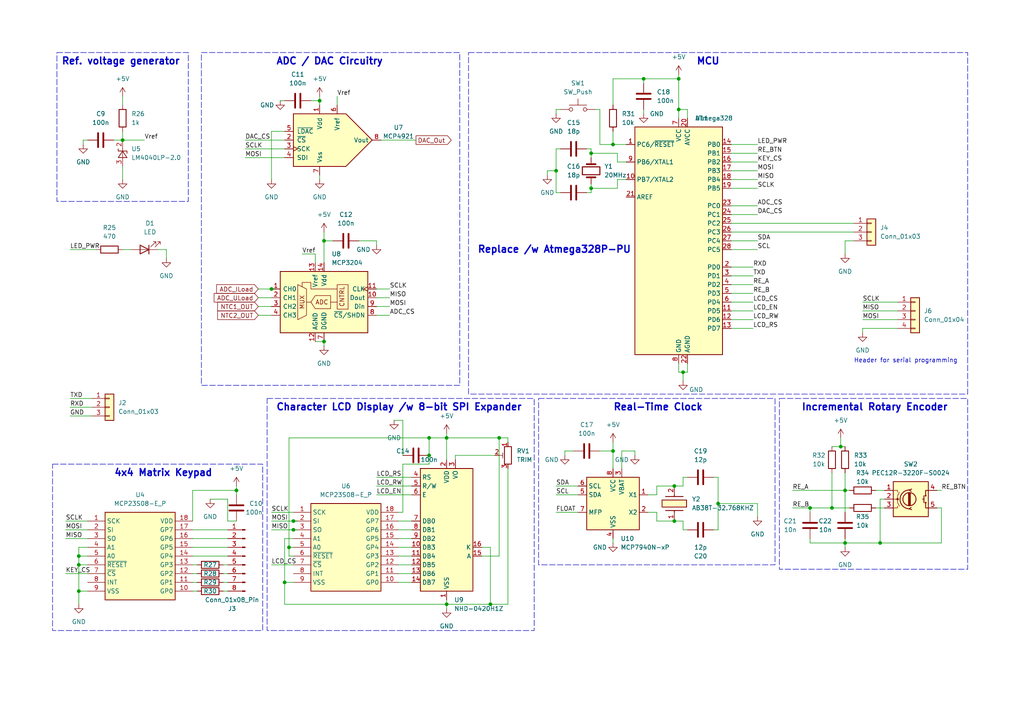
<source format=kicad_sch>
(kicad_sch (version 20231120) (generator "eeschema") (generator_version "8.0")
  (paper "A4")
  (lib_symbols
    (symbol "Analog_ADC:MCP3204" (pin_names (offset 0.762))
      (property "Reference" "U" (at -5.08 10.795 0))
      (property "Value" "MCP3204" (at -5.08 8.89 0))
      (symbol "MCP3204_0_0"
        (text "ADC" (at -0.635 -1.27 0) (effects (font (size 1.27 1.27))))
        (text "CNTRL" (at 5.969 -2.667 900) (effects (font (size 1.27 1.27)) (justify left bottom)))
        (text "MUX" (at -6.35 -1.27 900) (effects (font (size 1.27 1.27))))
      )
      (symbol "MCP3204_1_1"
        (pin input line (at -15.24 2.54 0) (length 2.54) (name "CH0") (number "1"))
        (pin output line (at 15.24 0 180) (length 2.54) (name "Dout") (number "10"))
        (pin input clock (at 15.24 2.54 180) (length 2.54) (name "CLK") (number "11"))
        (pin power_in line (at -2.54 -12.7 90) (length 2.54) (name "AGND") (number "12"))
        (pin power_in line (at -2.54 10.16 270) (length 2.54) (name "Vref") (number "13"))
        (pin power_in line (at 0 10.16 270) (length 2.54) (name "Vdd") (number "14"))
        (pin input line (at -15.24 0 0) (length 2.54) (name "CH1") (number "2"))
        (pin input line (at -15.24 -2.54 0) (length 2.54) (name "CH2") (number "3"))
        (pin input line (at -15.24 -5.08 0) (length 2.54) (name "CH3") (number "4"))
        (pin no_connect line (at -10.16 -10.16 90) (length 2.54) hide (name "NC") (number "5"))
        (pin no_connect line (at -7.62 -10.16 90) (length 2.54) hide (name "NC") (number "6"))
        (pin power_in line (at 0 -12.7 90) (length 2.54) (name "DGND") (number "7"))
        (pin input line (at 15.24 -5.08 180) (length 2.54) (name "~{CS}/SHDN") (number "8"))
        (pin input line (at 15.24 -2.54 180) (length 2.54) (name "Din") (number "9"))
      )
    )
    (symbol "Analog_DAC:MCP4921" (pin_names (offset 1.016))
      (property "Reference" "U" (at 6.35 10.795 0))
      (property "Value" "MCP4921" (at 6.35 8.89 0))
      (symbol "MCP4921_1_1"
        (pin power_in line (at 0 10.16 270) (length 2.54) (name "Vdd") (number "1"))
        (pin input line (at -10.16 0 0) (length 2.54) (name "~{CS}") (number "2"))
        (pin input clock (at -10.16 -2.54 0) (length 2.54) (name "SCK") (number "3"))
        (pin input line (at -10.16 -5.08 0) (length 2.54) (name "SDI") (number "4"))
        (pin input line (at -10.16 2.54 0) (length 2.54) (name "~{LDAC}") (number "5"))
        (pin power_in line (at 5.08 10.16 270) (length 2.54) (name "Vref") (number "6"))
        (pin power_in line (at 0 -10.16 90) (length 2.54) (name "Vss") (number "7"))
        (pin output line (at 17.78 0 180) (length 2.54) (name "Vout") (number "8"))
      )
    )
    (symbol "Connector:Conn_01x08_Pin" (pin_names (offset 1.016) hide)
      (property "Reference" "J" (at 0 10.16 0))
      (property "Value" "Conn_01x08_Pin" (at 0 -12.7 0))
      (symbol "Conn_01x08_Pin_1_1"
        (pin passive line (at 5.08 7.62 180) (length 3.81) (name "Pin_1") (number "1"))
        (pin passive line (at 5.08 5.08 180) (length 3.81) (name "Pin_2") (number "2"))
        (pin passive line (at 5.08 2.54 180) (length 3.81) (name "Pin_3") (number "3"))
        (pin passive line (at 5.08 0 180) (length 3.81) (name "Pin_4") (number "4"))
        (pin passive line (at 5.08 -2.54 180) (length 3.81) (name "Pin_5") (number "5"))
        (pin passive line (at 5.08 -5.08 180) (length 3.81) (name "Pin_6") (number "6"))
        (pin passive line (at 5.08 -7.62 180) (length 3.81) (name "Pin_7") (number "7"))
        (pin passive line (at 5.08 -10.16 180) (length 3.81) (name "Pin_8") (number "8"))
      )
    )
    (symbol "Connector_Generic:Conn_01x03" (pin_names (offset 1.016) hide)
      (property "Reference" "J" (at 0 5.08 0))
      (property "Value" "Conn_01x03" (at 0 -5.08 0))
      (symbol "Conn_01x03_1_1"
        (pin passive line (at -5.08 2.54 0) (length 3.81) (name "Pin_1") (number "1"))
        (pin passive line (at -5.08 0 0) (length 3.81) (name "Pin_2") (number "2"))
        (pin passive line (at -5.08 -2.54 0) (length 3.81) (name "Pin_3") (number "3"))
      )
    )
    (symbol "Connector_Generic:Conn_01x04" (pin_names (offset 1.016) hide)
      (property "Reference" "J" (at 0 5.08 0))
      (property "Value" "Conn_01x04" (at 0 -7.62 0))
      (symbol "Conn_01x04_1_1"
        (pin passive line (at -5.08 2.54 0) (length 3.81) (name "Pin_1") (number "1"))
        (pin passive line (at -5.08 0 0) (length 3.81) (name "Pin_2") (number "2"))
        (pin passive line (at -5.08 -2.54 0) (length 3.81) (name "Pin_3") (number "3"))
        (pin passive line (at -5.08 -5.08 0) (length 3.81) (name "Pin_4") (number "4"))
      )
    )
    (symbol "Device:C" (pin_numbers hide) (pin_names (offset 0.254))
      (property "Reference" "C" (at 0.635 2.54 0))
      (property "Value" "C" (at 0.635 -2.54 0))
      (symbol "C_1_1"
        (pin passive line (at 0 3.81 270) (length 2.794) (name "~") (number "1"))
        (pin passive line (at 0 -3.81 90) (length 2.794) (name "~") (number "2"))
      )
    )
    (symbol "Device:Crystal" (pin_numbers hide) (pin_names (offset 1.016) hide)
      (property "Reference" "Y" (at 0 3.81 0))
      (property "Value" "Crystal" (at 0 -3.81 0))
      (symbol "Crystal_1_1"
        (pin passive line (at -3.81 0 0) (length 1.27) (name "1") (number "1"))
        (pin passive line (at 3.81 0 180) (length 1.27) (name "2") (number "2"))
      )
    )
    (symbol "Device:LED" (pin_numbers hide) (pin_names (offset 1.016) hide)
      (property "Reference" "D" (at 0 2.54 0))
      (property "Value" "LED" (at 0 -2.54 0))
      (symbol "LED_1_1"
        (pin passive line (at -3.81 0 0) (length 2.54) (name "K") (number "1"))
        (pin passive line (at 3.81 0 180) (length 2.54) (name "A") (number "2"))
      )
    )
    (symbol "Device:R" (pin_numbers hide) (pin_names (offset 0))
      (property "Reference" "R" (at 2.032 0 90))
      (property "Value" "R" (at 0 0 90))
      (symbol "R_1_1"
        (pin passive line (at 0 3.81 270) (length 1.27) (name "~") (number "1"))
        (pin passive line (at 0 -3.81 90) (length 1.27) (name "~") (number "2"))
      )
    )
    (symbol "Device:R_Potentiometer_Trim" (pin_names (offset 1.016) hide)
      (property "Reference" "RV" (at -4.445 0 90))
      (property "Value" "R_Potentiometer_Trim" (at -2.54 0 90))
      (symbol "R_Potentiometer_Trim_1_1"
        (pin passive line (at 0 3.81 270) (length 1.27) (name "1") (number "1"))
        (pin passive line (at 3.81 0 180) (length 1.27) (name "2") (number "2"))
        (pin passive line (at 0 -3.81 90) (length 1.27) (name "3") (number "3"))
      )
    )
    (symbol "Device:RotaryEncoder_Switch" (pin_names (offset 0.254) hide)
      (property "Reference" "SW6" (at 0 10.16 0))
      (property "Value" "PEC12R-3220F-S0024" (at 0 7.62 0))
      (symbol "RotaryEncoder_Switch_1_1"
        (pin passive line (at -7.62 2.54 0) (length 2.54) (name "A") (number "1"))
        (pin passive line (at -7.62 0 0) (length 2.54) (name "C") (number "2"))
        (pin passive line (at -7.62 -2.54 0) (length 2.54) (name "B") (number "3"))
        (pin passive line (at 7.62 2.54 180) (length 2.54) (name "S1") (number "4"))
        (pin passive line (at 7.62 -2.54 180) (length 2.54) (name "S2") (number "5"))
      )
    )
    (symbol "Display_Character:NHD-0420H1Z"
      (property "Reference" "U" (at -6.35 19.05 0))
      (property "Value" "NHD-0420H1Z" (at 5.08 19.05 0))
      (symbol "NHD-0420H1Z_1_1"
        (pin power_in line (at 0 -20.32 90) (length 2.54) (name "VSS") (number "1"))
        (pin bidirectional line (at -10.16 -5.08 0) (length 2.54) (name "DB3") (number "10"))
        (pin bidirectional line (at -10.16 -7.62 0) (length 2.54) (name "DB4") (number "11"))
        (pin bidirectional line (at -10.16 -10.16 0) (length 2.54) (name "DB5") (number "12"))
        (pin bidirectional line (at -10.16 -12.7 0) (length 2.54) (name "DB6") (number "13"))
        (pin bidirectional line (at -10.16 -15.24 0) (length 2.54) (name "DB7") (number "14"))
        (pin passive line (at 10.16 -7.62 180) (length 2.54) (name "A") (number "15"))
        (pin passive line (at 10.16 -5.08 180) (length 2.54) (name "K") (number "16"))
        (pin power_in line (at 0 20.32 270) (length 2.54) (name "VDD") (number "2"))
        (pin power_in line (at 2.54 20.32 270) (length 2.54) (name "VO") (number "3"))
        (pin input line (at -10.16 15.24 0) (length 2.54) (name "RS") (number "4"))
        (pin input line (at -10.16 12.7 0) (length 2.54) (name "R/W") (number "5"))
        (pin input line (at -10.16 10.16 0) (length 2.54) (name "E") (number "6"))
        (pin bidirectional line (at -10.16 2.54 0) (length 2.54) (name "DB0") (number "7"))
        (pin bidirectional line (at -10.16 0 0) (length 2.54) (name "DB1") (number "8"))
        (pin bidirectional line (at -10.16 -2.54 0) (length 2.54) (name "DB2") (number "9"))
      )
    )
    (symbol "MCU_Microchip_ATmega:ATmega8A-P"
      (property "Reference" "U" (at -12.7 34.29 0))
      (property "Value" "ATmega8A-P" (at 5.08 -34.29 0))
      (symbol "ATmega8A-P_1_1"
        (pin bidirectional line (at -15.24 27.94 0) (length 2.54) (name "PC6/~{RESET}") (number "1"))
        (pin bidirectional line (at -15.24 17.78 0) (length 2.54) (name "PB7/XTAL2") (number "10"))
        (pin bidirectional line (at 15.24 -20.32 180) (length 2.54) (name "PD5") (number "11"))
        (pin bidirectional line (at 15.24 -22.86 180) (length 2.54) (name "PD6") (number "12"))
        (pin bidirectional line (at 15.24 -25.4 180) (length 2.54) (name "PD7") (number "13"))
        (pin bidirectional line (at 15.24 27.94 180) (length 2.54) (name "PB0") (number "14"))
        (pin bidirectional line (at 15.24 25.4 180) (length 2.54) (name "PB1") (number "15"))
        (pin bidirectional line (at 15.24 22.86 180) (length 2.54) (name "PB2") (number "16"))
        (pin bidirectional line (at 15.24 20.32 180) (length 2.54) (name "PB3") (number "17"))
        (pin bidirectional line (at 15.24 17.78 180) (length 2.54) (name "PB4") (number "18"))
        (pin bidirectional line (at 15.24 15.24 180) (length 2.54) (name "PB5") (number "19"))
        (pin bidirectional line (at 15.24 -7.62 180) (length 2.54) (name "PD0") (number "2"))
        (pin power_in line (at 2.54 35.56 270) (length 2.54) (name "AVCC") (number "20"))
        (pin passive line (at -15.24 12.7 0) (length 2.54) (name "AREF") (number "21"))
        (pin power_in line (at 2.54 -35.56 90) (length 2.54) (name "AGND") (number "22"))
        (pin bidirectional line (at 15.24 10.16 180) (length 2.54) (name "PC0") (number "23"))
        (pin bidirectional line (at 15.24 7.62 180) (length 2.54) (name "PC1") (number "24"))
        (pin bidirectional line (at 15.24 5.08 180) (length 2.54) (name "PC2") (number "25"))
        (pin bidirectional line (at 15.24 2.54 180) (length 2.54) (name "PC3") (number "26"))
        (pin bidirectional line (at 15.24 0 180) (length 2.54) (name "PC4") (number "27"))
        (pin bidirectional line (at 15.24 -2.54 180) (length 2.54) (name "PC5") (number "28"))
        (pin bidirectional line (at 15.24 -10.16 180) (length 2.54) (name "PD1") (number "3"))
        (pin bidirectional line (at 15.24 -12.7 180) (length 2.54) (name "PD2") (number "4"))
        (pin bidirectional line (at 15.24 -15.24 180) (length 2.54) (name "PD3") (number "5"))
        (pin bidirectional line (at 15.24 -17.78 180) (length 2.54) (name "PD4") (number "6"))
        (pin power_in line (at 0 35.56 270) (length 2.54) (name "VCC") (number "7"))
        (pin power_in line (at 0 -35.56 90) (length 2.54) (name "GND") (number "8"))
        (pin bidirectional line (at -15.24 22.86 0) (length 2.54) (name "PB6/XTAL1") (number "9"))
      )
    )
    (symbol "Reference_Voltage:LM4040LP-2.0" (pin_names (offset 0.0254) hide)
      (property "Reference" "U" (at 0 2.54 0))
      (property "Value" "LM4040LP-2.0" (at 0 -3.175 0))
      (symbol "LM4040LP-2.0_1_1"
        (pin passive line (at 3.81 0 180) (length 2.54) (name "K") (number "2"))
        (pin passive line (at -3.81 0 0) (length 2.54) (name "A") (number "3"))
      )
    )
    (symbol "SamacSys_Parts:AB38T-32.768KHZ" (pin_names hide)
      (property "Reference" "Y" (at 8.89 6.35 0))
      (property "Value" "AB38T-32.768KHZ" (at 8.89 3.81 0))
      (symbol "AB38T-32.768KHZ_1_1"
        (pin passive line (at 0 0 0) (length 2.54) (name "1") (number "1"))
        (pin passive line (at 10.16 0 180) (length 2.54) (name "2") (number "2"))
      )
    )
    (symbol "SamacSys_Parts:MCP23S08-E_P"
      (property "Reference" "IC" (at 26.67 7.62 0))
      (property "Value" "MCP23S08-E_P" (at 26.67 5.08 0))
      (symbol "MCP23S08-E_P_1_1"
        (pin passive line (at 0 0 0) (length 5.08) (name "SCK") (number "1"))
        (pin passive line (at 30.48 -20.32 180) (length 5.08) (name "GP0") (number "10"))
        (pin passive line (at 30.48 -17.78 180) (length 5.08) (name "GP1") (number "11"))
        (pin passive line (at 30.48 -15.24 180) (length 5.08) (name "GP2") (number "12"))
        (pin passive line (at 30.48 -12.7 180) (length 5.08) (name "GP3") (number "13"))
        (pin passive line (at 30.48 -10.16 180) (length 5.08) (name "GP4") (number "14"))
        (pin passive line (at 30.48 -7.62 180) (length 5.08) (name "GP5") (number "15"))
        (pin passive line (at 30.48 -5.08 180) (length 5.08) (name "GP6") (number "16"))
        (pin passive line (at 30.48 -2.54 180) (length 5.08) (name "GP7") (number "17"))
        (pin passive line (at 30.48 0 180) (length 5.08) (name "VDD") (number "18"))
        (pin passive line (at 0 -2.54 0) (length 5.08) (name "SI") (number "2"))
        (pin passive line (at 0 -5.08 0) (length 5.08) (name "SO") (number "3"))
        (pin passive line (at 0 -7.62 0) (length 5.08) (name "A1") (number "4"))
        (pin passive line (at 0 -10.16 0) (length 5.08) (name "A0") (number "5"))
        (pin passive line (at 0 -12.7 0) (length 5.08) (name "~{RESET}") (number "6"))
        (pin passive line (at 0 -15.24 0) (length 5.08) (name "~{CS}") (number "7"))
        (pin passive line (at 0 -17.78 0) (length 5.08) (name "INT") (number "8"))
        (pin passive line (at 0 -20.32 0) (length 5.08) (name "VSS") (number "9"))
      )
    )
    (symbol "Switch:SW_Push" (pin_numbers hide) (pin_names (offset 1.016) hide)
      (property "Reference" "SW" (at 1.27 2.54 0))
      (property "Value" "SW_Push" (at 0 -1.524 0))
      (symbol "SW_Push_0_1"
        (pin passive line (at -5.08 0 0) (length 2.54) (name "1") (number "1"))
        (pin passive line (at 5.08 0 180) (length 2.54) (name "2") (number "2"))
      )
    )
    (symbol "Timer_RTC:MCP7940N-xP"
      (property "Reference" "U" (at -6.35 8.89 0))
      (property "Value" "MCP7940N-xP" (at 11.43 8.89 0))
      (symbol "MCP7940N-xP_1_1"
        (pin input line (at 10.16 2.54 180) (length 2.54) (name "X1") (number "1"))
        (pin output line (at 10.16 -2.54 180) (length 2.54) (name "X2") (number "2"))
        (pin power_in line (at 2.54 10.16 270) (length 2.54) (name "VBAT") (number "3"))
        (pin power_in line (at 0 -10.16 90) (length 2.54) (name "VSS") (number "4"))
        (pin bidirectional line (at -10.16 2.54 0) (length 2.54) (name "SDA") (number "5"))
        (pin input line (at -10.16 5.08 0) (length 2.54) (name "SCL") (number "6"))
        (pin open_collector line (at -10.16 -2.54 0) (length 2.54) (name "MFP") (number "7"))
        (pin power_in line (at 0 10.16 270) (length 2.54) (name "VCC") (number "8"))
      )
    )
    (symbol "power:+5V" (power) (pin_names (offset 0))
      (property "Value" "+5V" (at 0 3.556 0))
      (symbol "+5V_1_1"
        (pin power_in line (at 0 0 90) (length 0) hide (name "+5V") (number "1"))
      )
    )
    (symbol "power:GND" (power) (pin_names (offset 0))
      (property "Value" "GND" (at 0 -3.81 0))
      (symbol "GND_1_1"
        (pin power_in line (at 0 0 270) (length 0) hide (name "GND") (number "1"))
      )
    )
  )
  (junction (at 196.85 31.75))
  (junction (at 85.09 151.13))
  (junction (at 124.46 132.08))
  (junction (at 142.24 175.26))
  (junction (at 171.45 44.45))
  (junction (at 22.86 171.45))
  (junction (at 198.12 107.95))
  (junction (at 161.29 49.53))
  (junction (at 22.86 163.83))
  (junction (at 208.28 146.05))
  (junction (at 82.55 168.91))
  (junction (at 195.58 151.13))
  (junction (at 22.86 161.29))
  (junction (at 196.85 22.86))
  (junction (at 245.11 142.24))
  (junction (at 93.98 99.06))
  (junction (at 124.46 127))
  (junction (at 255.27 157.48))
  (junction (at 245.11 157.48))
  (junction (at 171.45 54.61))
  (junction (at 68.58 142.24))
  (junction (at 234.95 147.32))
  (junction (at 83.82 158.75))
  (junction (at 35.56 40.64))
  (junction (at 177.8 130.81))
  (junction (at 85.09 153.67))
  (junction (at 144.78 127))
  (junction (at 241.3 147.32))
  (junction (at 195.58 140.97))
  (junction (at 177.8 41.91))
  (junction (at 243.84 129.54))
  (junction (at 186.69 22.86))
  (junction (at 92.71 29.21))
  (junction (at 78.74 83.82))
  (junction (at 129.54 175.26))
  (junction (at 93.98 69.85))
  (junction (at 129.54 127))
  (wire (pts (xy 45.72 72.39) (xy 48.26 72.39)))
  (wire (pts (xy 66.04 168.91) (xy 64.77 168.91)))
  (wire (pts (xy 177.8 156.21) (xy 177.8 157.48)))
  (wire (pts (xy 177.8 38.1) (xy 177.8 41.91)))
  (wire (pts (xy 19.05 166.37) (xy 25.4 166.37)))
  (wire (pts (xy 68.58 140.97) (xy 68.58 142.24)))
  (wire (pts (xy 66.04 151.13) (xy 68.58 151.13)))
  (wire (pts (xy 80.01 83.82) (xy 78.74 83.82)))
  (wire (pts (xy 35.56 27.94) (xy 35.56 30.48)))
  (wire (pts (xy 273.05 157.48) (xy 255.27 157.48)))
  (wire (pts (xy 199.39 34.29) (xy 199.39 31.75)))
  (wire (pts (xy 83.82 127) (xy 83.82 158.75)))
  (wire (pts (xy 55.88 142.24) (xy 68.58 142.24)))
  (wire (pts (xy 35.56 40.64) (xy 41.91 40.64)))
  (wire (pts (xy 171.45 43.18) (xy 170.18 43.18)))
  (wire (pts (xy 199.39 153.67) (xy 198.12 153.67)))
  (wire (pts (xy 109.22 69.85) (xy 109.22 71.12)))
  (wire (pts (xy 147.32 135.89) (xy 147.32 175.26)))
  (wire (pts (xy 83.82 158.75) (xy 83.82 161.29)))
  (wire (pts (xy 78.74 163.83) (xy 85.09 163.83)))
  (wire (pts (xy 25.4 163.83) (xy 22.86 163.83)))
  (wire (pts (xy 82.55 175.26) (xy 129.54 175.26)))
  (wire (pts (xy 91.44 99.06) (xy 93.98 99.06)))
  (wire (pts (xy 66.04 158.75) (xy 55.88 158.75)))
  (wire (pts (xy 93.98 67.31) (xy 93.98 69.85)))
  (wire (pts (xy 190.5 140.97) (xy 195.58 140.97)))
  (wire (pts (xy 170.18 55.88) (xy 171.45 55.88)))
  (wire (pts (xy 161.29 31.75) (xy 161.29 33.02)))
  (wire (pts (xy 129.54 175.26) (xy 129.54 176.53)))
  (wire (pts (xy 250.19 92.71) (xy 260.35 92.71)))
  (wire (pts (xy 177.8 130.81) (xy 177.8 135.89)))
  (wire (pts (xy 74.93 86.36) (xy 78.74 86.36)))
  (wire (pts (xy 245.11 69.85) (xy 245.11 73.66)))
  (wire (pts (xy 139.7 161.29) (xy 144.78 161.29)))
  (wire (pts (xy 57.15 163.83) (xy 55.88 163.83)))
  (wire (pts (xy 116.84 121.92) (xy 114.3 121.92)))
  (wire (pts (xy 66.04 166.37) (xy 64.77 166.37)))
  (wire (pts (xy 115.57 168.91) (xy 119.38 168.91)))
  (wire (pts (xy 19.05 153.67) (xy 25.4 153.67)))
  (wire (pts (xy 198.12 107.95) (xy 196.85 107.95)))
  (wire (pts (xy 212.09 87.63) (xy 218.44 87.63)))
  (wire (pts (xy 177.8 22.86) (xy 177.8 30.48)))
  (wire (pts (xy 115.57 161.29) (xy 119.38 161.29)))
  (wire (pts (xy 234.95 147.32) (xy 234.95 148.59)))
  (wire (pts (xy 245.11 157.48) (xy 255.27 157.48)))
  (wire (pts (xy 247.65 69.85) (xy 245.11 69.85)))
  (wire (pts (xy 179.07 44.45) (xy 171.45 44.45)))
  (wire (pts (xy 173.99 41.91) (xy 177.8 41.91)))
  (wire (pts (xy 57.15 171.45) (xy 55.88 171.45)))
  (wire (pts (xy 219.71 146.05) (xy 219.71 149.86)))
  (wire (pts (xy 78.74 151.13) (xy 85.09 151.13)))
  (wire (pts (xy 161.29 49.53) (xy 158.75 49.53)))
  (wire (pts (xy 229.87 147.32) (xy 234.95 147.32)))
  (wire (pts (xy 55.88 142.24) (xy 55.88 151.13)))
  (wire (pts (xy 171.45 45.72) (xy 171.45 44.45)))
  (wire (pts (xy 186.69 31.75) (xy 186.69 33.02)))
  (wire (pts (xy 212.09 46.99) (xy 219.71 46.99)))
  (wire (pts (xy 212.09 82.55) (xy 218.44 82.55)))
  (wire (pts (xy 161.29 140.97) (xy 167.64 140.97)))
  (wire (pts (xy 166.37 130.81) (xy 163.83 130.81)))
  (wire (pts (xy 212.09 62.23) (xy 219.71 62.23)))
  (wire (pts (xy 212.09 49.53) (xy 219.71 49.53)))
  (wire (pts (xy 171.45 54.61) (xy 171.45 53.34)))
  (wire (pts (xy 71.12 43.18) (xy 82.55 43.18)))
  (wire (pts (xy 144.78 161.29) (xy 144.78 127)))
  (wire (pts (xy 92.71 29.21) (xy 90.17 29.21)))
  (wire (pts (xy 273.05 147.32) (xy 273.05 157.48)))
  (wire (pts (xy 177.8 22.86) (xy 186.69 22.86)))
  (wire (pts (xy 208.28 153.67) (xy 207.01 153.67)))
  (wire (pts (xy 68.58 142.24) (xy 68.58 143.51)))
  (wire (pts (xy 87.63 73.66) (xy 91.44 73.66)))
  (wire (pts (xy 187.96 143.51) (xy 190.5 143.51)))
  (wire (pts (xy 241.3 147.32) (xy 246.38 147.32)))
  (wire (pts (xy 271.78 142.24) (xy 273.05 142.24)))
  (wire (pts (xy 110.49 40.64) (xy 120.65 40.64)))
  (wire (pts (xy 271.78 147.32) (xy 273.05 147.32)))
  (wire (pts (xy 177.8 41.91) (xy 181.61 41.91)))
  (wire (pts (xy 66.04 156.21) (xy 55.88 156.21)))
  (wire (pts (xy 20.32 115.57) (xy 26.67 115.57)))
  (wire (pts (xy 139.7 158.75) (xy 142.24 158.75)))
  (wire (pts (xy 109.22 86.36) (xy 113.03 86.36)))
  (wire (pts (xy 212.09 59.69) (xy 219.71 59.69)))
  (wire (pts (xy 85.09 158.75) (xy 83.82 158.75)))
  (wire (pts (xy 241.3 137.16) (xy 241.3 147.32)))
  (wire (pts (xy 92.71 29.21) (xy 92.71 30.48)))
  (wire (pts (xy 66.04 171.45) (xy 64.77 171.45)))
  (wire (pts (xy 212.09 67.31) (xy 247.65 67.31)))
  (wire (pts (xy 260.35 95.25) (xy 250.19 95.25)))
  (wire (pts (xy 35.56 48.26) (xy 35.56 52.07)))
  (wire (pts (xy 162.56 55.88) (xy 161.29 55.88)))
  (wire (pts (xy 234.95 157.48) (xy 234.95 156.21)))
  (wire (pts (xy 142.24 175.26) (xy 129.54 175.26)))
  (wire (pts (xy 57.15 166.37) (xy 55.88 166.37)))
  (wire (pts (xy 256.54 144.78) (xy 255.27 144.78)))
  (wire (pts (xy 25.4 40.64) (xy 24.13 40.64)))
  (wire (pts (xy 82.55 156.21) (xy 82.55 168.91)))
  (wire (pts (xy 124.46 127) (xy 124.46 132.08)))
  (wire (pts (xy 115.57 156.21) (xy 119.38 156.21)))
  (wire (pts (xy 198.12 107.95) (xy 198.12 110.49)))
  (wire (pts (xy 109.22 143.51) (xy 119.38 143.51)))
  (wire (pts (xy 179.07 54.61) (xy 171.45 54.61)))
  (wire (pts (xy 245.11 137.16) (xy 245.11 142.24)))
  (wire (pts (xy 199.39 105.41) (xy 199.39 107.95)))
  (wire (pts (xy 243.84 129.54) (xy 245.11 129.54)))
  (wire (pts (xy 198.12 151.13) (xy 195.58 151.13)))
  (wire (pts (xy 74.93 83.82) (xy 78.74 83.82)))
  (wire (pts (xy 212.09 41.91) (xy 219.71 41.91)))
  (wire (pts (xy 190.5 151.13) (xy 190.5 148.59)))
  (wire (pts (xy 115.57 148.59) (xy 116.84 148.59)))
  (wire (pts (xy 19.05 156.21) (xy 25.4 156.21)))
  (wire (pts (xy 82.55 29.21) (xy 81.28 29.21)))
  (wire (pts (xy 234.95 157.48) (xy 245.11 157.48)))
  (wire (pts (xy 147.32 127) (xy 147.32 128.27)))
  (wire (pts (xy 208.28 146.05) (xy 208.28 153.67)))
  (wire (pts (xy 190.5 143.51) (xy 190.5 140.97)))
  (wire (pts (xy 147.32 175.26) (xy 142.24 175.26)))
  (wire (pts (xy 129.54 173.99) (xy 129.54 175.26)))
  (wire (pts (xy 254 142.24) (xy 256.54 142.24)))
  (wire (pts (xy 180.34 135.89) (xy 180.34 130.81)))
  (wire (pts (xy 124.46 132.08) (xy 124.46 134.62)))
  (wire (pts (xy 115.57 166.37) (xy 119.38 166.37)))
  (wire (pts (xy 250.19 95.25) (xy 250.19 96.52)))
  (wire (pts (xy 22.86 163.83) (xy 22.86 171.45)))
  (wire (pts (xy 66.04 144.78) (xy 66.04 151.13)))
  (wire (pts (xy 212.09 90.17) (xy 218.44 90.17)))
  (wire (pts (xy 85.09 161.29) (xy 83.82 161.29)))
  (wire (pts (xy 85.09 156.21) (xy 82.55 156.21)))
  (wire (pts (xy 92.71 27.94) (xy 92.71 29.21)))
  (wire (pts (xy 234.95 147.32) (xy 241.3 147.32)))
  (wire (pts (xy 250.19 90.17) (xy 260.35 90.17)))
  (wire (pts (xy 33.02 40.64) (xy 35.56 40.64)))
  (wire (pts (xy 66.04 161.29) (xy 55.88 161.29)))
  (wire (pts (xy 104.14 69.85) (xy 109.22 69.85)))
  (wire (pts (xy 198.12 140.97) (xy 198.12 138.43)))
  (wire (pts (xy 86.36 151.13) (xy 85.09 151.13)))
  (wire (pts (xy 91.44 73.66) (xy 91.44 76.2)))
  (wire (pts (xy 115.57 163.83) (xy 119.38 163.83)))
  (wire (pts (xy 184.15 130.81) (xy 184.15 132.08)))
  (wire (pts (xy 35.56 72.39) (xy 38.1 72.39)))
  (wire (pts (xy 115.57 153.67) (xy 119.38 153.67)))
  (wire (pts (xy 162.56 31.75) (xy 161.29 31.75)))
  (wire (pts (xy 208.28 146.05) (xy 219.71 146.05)))
  (wire (pts (xy 179.07 46.99) (xy 179.07 44.45)))
  (wire (pts (xy 195.58 151.13) (xy 190.5 151.13)))
  (wire (pts (xy 212.09 77.47) (xy 218.44 77.47)))
  (wire (pts (xy 92.71 50.8) (xy 92.71 52.07)))
  (wire (pts (xy 171.45 44.45) (xy 171.45 43.18)))
  (wire (pts (xy 20.32 120.65) (xy 26.67 120.65)))
  (wire (pts (xy 82.55 38.1) (xy 78.74 38.1)))
  (wire (pts (xy 93.98 69.85) (xy 93.98 76.2)))
  (wire (pts (xy 212.09 52.07) (xy 219.71 52.07)))
  (wire (pts (xy 115.57 158.75) (xy 119.38 158.75)))
  (wire (pts (xy 48.26 72.39) (xy 48.26 74.93)))
  (wire (pts (xy 172.72 31.75) (xy 173.99 31.75)))
  (wire (pts (xy 212.09 80.01) (xy 218.44 80.01)))
  (wire (pts (xy 212.09 69.85) (xy 219.71 69.85)))
  (wire (pts (xy 129.54 127) (xy 129.54 133.35)))
  (wire (pts (xy 173.99 31.75) (xy 173.99 41.91)))
  (wire (pts (xy 158.75 49.53) (xy 158.75 50.8)))
  (wire (pts (xy 195.58 140.97) (xy 198.12 140.97)))
  (wire (pts (xy 208.28 138.43) (xy 208.28 146.05)))
  (wire (pts (xy 109.22 138.43) (xy 119.38 138.43)))
  (wire (pts (xy 86.36 153.67) (xy 85.09 153.67)))
  (wire (pts (xy 161.29 55.88) (xy 161.29 49.53)))
  (wire (pts (xy 115.57 151.13) (xy 119.38 151.13)))
  (wire (pts (xy 196.85 22.86) (xy 196.85 31.75)))
  (wire (pts (xy 181.61 46.99) (xy 179.07 46.99)))
  (wire (pts (xy 196.85 107.95) (xy 196.85 105.41)))
  (wire (pts (xy 116.84 134.62) (xy 116.84 148.59)))
  (wire (pts (xy 212.09 44.45) (xy 219.71 44.45)))
  (wire (pts (xy 199.39 107.95) (xy 198.12 107.95)))
  (wire (pts (xy 163.83 130.81) (xy 163.83 132.08)))
  (wire (pts (xy 78.74 38.1) (xy 78.74 52.07)))
  (wire (pts (xy 254 147.32) (xy 256.54 147.32)))
  (wire (pts (xy 212.09 72.39) (xy 219.71 72.39)))
  (wire (pts (xy 93.98 69.85) (xy 96.52 69.85)))
  (wire (pts (xy 243.84 127) (xy 243.84 129.54)))
  (wire (pts (xy 132.08 132.08) (xy 132.08 133.35)))
  (wire (pts (xy 109.22 88.9) (xy 113.03 88.9)))
  (wire (pts (xy 19.05 151.13) (xy 25.4 151.13)))
  (wire (pts (xy 171.45 55.88) (xy 171.45 54.61)))
  (wire (pts (xy 93.98 99.06) (xy 93.98 100.33)))
  (wire (pts (xy 212.09 92.71) (xy 218.44 92.71)))
  (wire (pts (xy 198.12 138.43) (xy 199.39 138.43)))
  (wire (pts (xy 109.22 83.82) (xy 113.03 83.82)))
  (wire (pts (xy 179.07 52.07) (xy 179.07 54.61)))
  (wire (pts (xy 212.09 95.25) (xy 218.44 95.25)))
  (wire (pts (xy 186.69 22.86) (xy 196.85 22.86)))
  (wire (pts (xy 245.11 142.24) (xy 245.11 148.59)))
  (wire (pts (xy 97.79 27.94) (xy 97.79 30.48)))
  (wire (pts (xy 66.04 144.78) (xy 60.96 144.78)))
  (wire (pts (xy 142.24 158.75) (xy 142.24 175.26)))
  (wire (pts (xy 74.93 91.44) (xy 78.74 91.44)))
  (wire (pts (xy 196.85 31.75) (xy 199.39 31.75)))
  (wire (pts (xy 212.09 64.77) (xy 247.65 64.77)))
  (wire (pts (xy 20.32 118.11) (xy 26.67 118.11)))
  (wire (pts (xy 22.86 161.29) (xy 25.4 161.29)))
  (wire (pts (xy 196.85 21.59) (xy 196.85 22.86)))
  (wire (pts (xy 57.15 168.91) (xy 55.88 168.91)))
  (wire (pts (xy 161.29 49.53) (xy 161.29 43.18)))
  (wire (pts (xy 35.56 38.1) (xy 35.56 40.64)))
  (wire (pts (xy 241.3 129.54) (xy 243.84 129.54)))
  (wire (pts (xy 24.13 40.64) (xy 24.13 41.91)))
  (wire (pts (xy 177.8 128.27) (xy 177.8 130.81)))
  (wire (pts (xy 250.19 87.63) (xy 260.35 87.63)))
  (wire (pts (xy 71.12 45.72) (xy 82.55 45.72)))
  (wire (pts (xy 66.04 153.67) (xy 55.88 153.67)))
  (wire (pts (xy 71.12 40.64) (xy 82.55 40.64)))
  (wire (pts (xy 180.34 130.81) (xy 184.15 130.81)))
  (wire (pts (xy 177.8 130.81) (xy 173.99 130.81)))
  (wire (pts (xy 207.01 138.43) (xy 208.28 138.43)))
  (wire (pts (xy 22.86 161.29) (xy 22.86 163.83)))
  (wire (pts (xy 161.29 143.51) (xy 167.64 143.51)))
  (wire (pts (xy 162.56 43.18) (xy 161.29 43.18)))
  (wire (pts (xy 196.85 31.75) (xy 196.85 34.29)))
  (wire (pts (xy 245.11 142.24) (xy 246.38 142.24)))
  (wire (pts (xy 66.04 163.83) (xy 64.77 163.83)))
  (wire (pts (xy 83.82 127) (xy 124.46 127)))
  (wire (pts (xy 143.51 132.08) (xy 132.08 132.08)))
  (wire (pts (xy 129.54 127) (xy 124.46 127)))
  (wire (pts (xy 186.69 24.13) (xy 186.69 22.86)))
  (wire (pts (xy 20.32 72.39) (xy 27.94 72.39)))
  (wire (pts (xy 74.93 88.9) (xy 78.74 88.9)))
  (wire (pts (xy 198.12 153.67) (xy 198.12 151.13)))
  (wire (pts (xy 129.54 125.73) (xy 129.54 127)))
  (wire (pts (xy 245.11 157.48) (xy 245.11 158.75)))
  (wire (pts (xy 124.46 134.62) (xy 116.84 134.62)))
  (wire (pts (xy 78.74 153.67) (xy 85.09 153.67)))
  (wire (pts (xy 181.61 52.07) (xy 179.07 52.07)))
  (wire (pts (xy 245.11 156.21) (xy 245.11 157.48)))
  (wire (pts (xy 190.5 148.59) (xy 187.96 148.59)))
  (wire (pts (xy 129.54 127) (xy 144.78 127)))
  (wire (pts (xy 109.22 91.44) (xy 113.03 91.44)))
  (wire (pts (xy 25.4 158.75) (xy 22.86 158.75)))
  (wire (pts (xy 82.55 168.91) (xy 82.55 175.26)))
  (wire (pts (xy 22.86 171.45) (xy 22.86 175.26)))
  (wire (pts (xy 78.74 148.59) (xy 85.09 148.59)))
  (wire (pts (xy 109.22 140.97) (xy 119.38 140.97)))
  (wire (pts (xy 85.09 168.91) (xy 82.55 168.91)))
  (wire (pts (xy 161.29 148.59) (xy 167.64 148.59)))
  (wire (pts (xy 212.09 54.61) (xy 219.71 54.61)))
  (wire (pts (xy 25.4 171.45) (xy 22.86 171.45)))
  (wire (pts (xy 255.27 144.78) (xy 255.27 157.48)))
  (wire (pts (xy 229.87 142.24) (xy 245.11 142.24)))
  (wire (pts (xy 212.09 85.09) (xy 218.44 85.09)))
  (wire (pts (xy 22.86 158.75) (xy 22.86 161.29)))
  (wire (pts (xy 116.84 121.92) (xy 116.84 132.08)))
  (wire (pts (xy 144.78 127) (xy 147.32 127)))
  (rectangle (start 77.47 115.57) (end 154.94 182.88) (stroke (width 0) (type dash)))
  (rectangle (start 226.06 115.57) (end 280.67 165.1) (stroke (width 0) (type dash)))
  (rectangle (start 58.42 15.24) (end 133.35 111.76) (stroke (width 0) (type dash)))
  (rectangle (start 135.89 15.24) (end 280.67 114.3) (stroke (width 0) (type dash)))
  (rectangle (start 15.24 134.62) (end 76.2 182.88) (stroke (width 0) (type dash)))
  (rectangle (start 16.51 15.24) (end 54.61 58.42) (stroke (width 0) (type dash)))
  (rectangle (start 156.21 115.57) (end 224.79 163.83) (stroke (width 0) (type dash)))
  (text "Incremental Rotary Encoder" (at 232.41 119.38 0) (effects (font (size 2 2) (thickness 0.4) (bold yes)) (justify left bottom)))
  (text "MCU\n" (at 201.93 19.05 0) (effects (font (size 2 2) (thickness 0.4) (bold yes)) (justify left bottom)))
  (text "ADC / DAC Circuitry" (at 80.01 19.05 0) (effects (font (size 2 2) (thickness 0.4) (bold yes)) (justify left bottom)))
  (text "Character LCD Display /w 8-bit SPI Expander" (at 80.01 119.38 0) (effects (font (size 2 2) (thickness 0.4) (bold yes)) (justify left bottom)))
  (text "Replace /w Atmega328P-PU" (at 138.43 73.66 0) (effects (font (size 2 2) (thickness 0.4) (bold yes)) (justify left bottom)))
  (text "Real-Time Clock\n" (at 177.8 119.38 0) (effects (font (size 2 2) (thickness 0.4) (bold yes)) (justify left bottom)))
  (text "Header for serial programming" (at 247.65 105.41 0) (effects (font (size 1.27 1.27)) (justify left bottom)))
  (text "Ref. voltage generator\n" (at 17.78 19.05 0) (effects (font (size 2 2) (thickness 0.4) (bold yes)) (justify left bottom)))
  (text "4x4 Matrix Keypad" (at 33.02 138.43 0) (effects (font (size 2 2) (thickness 0.4) (bold yes)) (justify left bottom)))
  (label "LCD_RW" (at 218.44 92.71 0))
  (label "DAC_CS" (at 219.71 62.23 0))
  (label "MOSI" (at 19.05 153.67 0))
  (label "MISO" (at 113.03 86.36 0))
  (label "LCD_RW" (at 109.22 140.97 0))
  (label "RXD" (at 20.32 118.11 0))
  (label "SCLK" (at 78.74 148.59 0))
  (label "ADC_CS" (at 113.03 91.44 0))
  (label "Vref" (at 41.91 40.64 0))
  (label "LCD_EN" (at 218.44 90.17 0))
  (label "FLOAT" (at 161.29 148.59 0))
  (label "MISO" (at 250.19 90.17 0))
  (label "LED_PWR" (at 20.32 72.39 0))
  (label "SCLK" (at 113.03 83.82 0))
  (label "SCL" (at 161.29 143.51 0))
  (label "LCD_CS" (at 218.44 87.63 0))
  (label "RE_B" (at 229.87 147.32 0))
  (label "DAC_CS" (at 71.12 40.64 0))
  (label "LED_PWR" (at 219.71 41.91 0))
  (label "LCD_RS" (at 218.44 95.25 0))
  (label "LCD_RS" (at 109.22 138.43 0))
  (label "MOSI" (at 71.12 45.72 0))
  (label "MOSI" (at 113.03 88.9 0))
  (label "GND" (at 20.32 120.65 0))
  (label "RE_A" (at 218.44 82.55 0))
  (label "SCL" (at 219.71 72.39 0))
  (label "RXD" (at 218.44 77.47 0))
  (label "KEY_CS" (at 19.05 166.37 0))
  (label "RE_B" (at 218.44 85.09 0))
  (label "SCLK" (at 219.71 54.61 0))
  (label "TXD" (at 218.44 80.01 0))
  (label "SDA" (at 161.29 140.97 0))
  (label "TXD" (at 20.32 115.57 0))
  (label "Vref" (at 87.63 73.66 0))
  (label "RE_BTN" (at 219.71 44.45 0))
  (label "RE_BTN" (at 273.05 142.24 0))
  (label "MOSI" (at 78.74 151.13 0))
  (label "Vref" (at 97.79 27.94 0))
  (label "SCLK" (at 71.12 43.18 0))
  (label "MOSI" (at 219.71 49.53 0))
  (label "KEY_CS" (at 219.71 46.99 0))
  (label "MISO" (at 219.71 52.07 0))
  (label "RE_A" (at 229.87 142.24 0))
  (label "MISO" (at 19.05 156.21 0))
  (label "MISO" (at 78.74 153.67 0))
  (label "SCLK" (at 250.19 87.63 0))
  (label "LCD_EN" (at 109.22 143.51 0))
  (label "LCD_CS" (at 78.74 163.83 0))
  (label "ADC_CS" (at 219.71 59.69 0))
  (label "SDA" (at 219.71 69.85 0))
  (label "MOSI" (at 250.19 92.71 0))
  (label "SCLK" (at 19.05 151.13 0))
  (global_label "NTC2_OUT" (shape input) (at 74.93 91.44 180) (property "Intersheetrefs" "${INTERSHEET_REFS}" (effects (hide yes))))
  (global_label "DAC_Out" (shape output) (at 120.65 40.64 0) (property "Intersheetrefs" "${INTERSHEET_REFS}" (effects (hide yes))))
  (global_label "ADC_ILoad" (shape input) (at 74.93 83.82 180) (property "Intersheetrefs" "${INTERSHEET_REFS}" (effects (hide yes))))
  (global_label "NTC1_OUT" (shape input) (at 74.93 88.9 180) (property "Intersheetrefs" "${INTERSHEET_REFS}" (effects (hide yes))))
  (global_label "ADC_ULoad" (shape input) (at 74.93 86.36 180) (property "Intersheetrefs" "${INTERSHEET_REFS}" (effects (hide yes))))
  (symbol (lib_id "Device:C") (at 120.65 132.08 270) (mirror x) (unit 1)
    (property "Reference" "C14" (at 116.84 130.81 90))
    (property "Value" "100n" (at 124.46 133.35 90))
    (property "Footprint" "Capacitor_THT:C_Rect_L7.0mm_W2.5mm_P5.00mm" (effects (hide yes)))
    (property "Mouser Part Number" "594-K104K15X7RF53H5" (effects (hide yes)))
  )
  (symbol (lib_id "power:GND") (at 161.29 33.02 0) (unit 1)
    (property "Reference" "#PWR032" (effects (hide yes)))
    (property "Value" "GND" (at 161.29 38.1 0))
  )
  (symbol (lib_id "power:GND") (at 129.54 176.53 0) (unit 1)
    (property "Reference" "#PWR030" (effects (hide yes)))
    (property "Value" "GND" (at 129.54 181.61 0))
  )
  (symbol (lib_id "power:GND") (at 109.22 71.12 0) (mirror y) (unit 1)
    (property "Reference" "#PWR027" (effects (hide yes)))
    (property "Value" "GND" (at 105.41 72.39 0))
  )
  (symbol (lib_id "power:+5V") (at 35.56 27.94 0) (unit 1)
    (property "Reference" "#PWR016" (effects (hide yes)))
    (property "Value" "+5V" (at 35.56 22.86 0))
  )
  (symbol (lib_id "power:GND") (at 114.3 121.92 0) (unit 1)
    (property "Reference" "#PWR028" (effects (hide yes)))
    (property "Value" "GND" (at 114.3 127 0))
  )
  (symbol (lib_id "SamacSys_Parts:AB38T-32.768KHZ") (at 195.58 151.13 90) (unit 1)
    (property "Reference" "Y2" (at 200.66 144.78 90) (effects (justify right)))
    (property "Value" "AB38T-32.768KHZ" (at 200.66 147.32 90) (effects (justify right)))
    (property "Footprint" "SamacSys_Parts:AB38T32768KHZ" (effects (hide yes)))
    (property "Datasheet" "https://abracon.com/Resonators/AB38T.pdf" (effects (hide yes)))
    (property "Mouser Part Number" "815-AB38T-32.768KHZ" (effects (hide yes)))
    (property "Mouser Price/Stock" "https://www.mouser.co.uk/ProductDetail/ABRACON/AB38T-32.768KHZ?qs=m%252BUhWDcpCfbdp9ovMbeW3g%3D%3D" (effects (hide yes)))
    (property "Manufacturer_Name" "ABRACON" (effects (hide yes)))
    (property "Manufacturer_Part_Number" "AB38T-32.768KHZ" (effects (hide yes)))
  )
  (symbol (lib_id "Device:LED") (at 41.91 72.39 180) (unit 1)
    (property "Reference" "D1" (at 43.4975 64.77 0))
    (property "Value" "LED" (at 43.4975 67.31 0))
    (property "Footprint" "LED_THT:LED_D3.0mm" (effects (hide yes)))
    (property "Mouser Part Number" "696-SSL-LX30FT4GD" (effects (hide yes)))
  )
  (symbol (lib_id "Device:C") (at 166.37 55.88 90) (unit 1)
    (property "Reference" "C16" (at 166.37 48.26 90))
    (property "Value" "18p" (at 166.37 50.8 90))
    (property "Footprint" "Capacitor_THT:C_Disc_D5.0mm_W2.5mm_P5.00mm" (effects (hide yes)))
    (property "Mouser Part Number" "80-C317C180J2G" (effects (hide yes)))
  )
  (symbol (lib_id "power:+5V") (at 92.71 27.94 0) (unit 1)
    (property "Reference" "#PWR023" (effects (hide yes)))
    (property "Value" "+5V" (at 92.71 22.86 0))
  )
  (symbol (lib_id "power:GND") (at 250.19 96.52 0) (unit 1)
    (property "Reference" "#PWR051" (effects (hide yes)))
    (property "Value" "GND" (at 250.19 101.6 0))
  )
  (symbol (lib_id "Connector_Generic:Conn_01x03") (at 31.75 118.11 0) (unit 1)
    (property "Reference" "J2" (at 34.29 116.84 0) (effects (justify left)))
    (property "Value" "Conn_01x03" (at 34.29 119.38 0) (effects (justify left)))
    (property "Footprint" "Connector_PinHeader_2.54mm:PinHeader_1x03_P2.54mm_Vertical" (effects (hide yes)))
    (property "Mouser Part Number" "649-78511-403HLF" (effects (hide yes)))
  )
  (symbol (lib_id "power:GND") (at 60.96 144.78 0) (unit 1)
    (property "Reference" "#PWR019" (effects (hide yes)))
    (property "Value" "GND" (at 60.96 149.86 0))
  )
  (symbol (lib_id "Device:R") (at 31.75 72.39 90) (unit 1)
    (property "Reference" "R25" (at 31.75 66.04 90))
    (property "Value" "470" (at 31.75 68.58 90))
    (property "Footprint" "Resistor_THT:R_Axial_DIN0204_L3.6mm_D1.6mm_P7.62mm_Horizontal" (effects (hide yes)))
    (property "Mouser Part Number" "603-MFR-25FTE52-470R" (effects (hide yes)))
  )
  (symbol (lib_id "Connector_Generic:Conn_01x03") (at 252.73 67.31 0) (unit 1)
    (property "Reference" "J4" (at 255.27 66.04 0) (effects (justify left)))
    (property "Value" "Conn_01x03" (at 255.27 68.58 0) (effects (justify left)))
    (property "Footprint" "Connector_PinHeader_2.54mm:PinHeader_1x03_P2.54mm_Vertical" (effects (hide yes)))
    (property "Mouser Part Number" "649-78511-403HLF" (effects (hide yes)))
  )
  (symbol (lib_id "MCU_Microchip_ATmega:ATmega8A-P") (at 196.85 69.85 0) (unit 1)
    (property "Reference" "U11" (at 201.5841 34.29 0) (effects (justify left)))
    (property "Value" "ATmega328" (at 201.5841 34.29 0) (effects (justify left)))
    (property "Footprint" "Package_DIP:DIP-28_W7.62mm" (effects (hide yes)))
    (property "Datasheet" "http://ww1.microchip.com/downloads/en/DeviceDoc/Microchip%208bit%20mcu%20AVR%20ATmega8A%20data%20sheet%2040001974A.pdf" (effects (hide yes)))
    (property "Mouser Part Number" "556-ATMEGA8A-PU" (effects (hide yes)))
  )
  (symbol (lib_id "power:GND") (at 92.71 52.07 0) (unit 1)
    (property "Reference" "#PWR024" (effects (hide yes)))
    (property "Value" "GND" (at 92.71 57.15 0))
  )
  (symbol (lib_id "Device:C") (at 166.37 43.18 90) (unit 1)
    (property "Reference" "C15" (at 166.37 35.56 90))
    (property "Value" "18p" (at 166.37 38.1 90))
    (property "Footprint" "Capacitor_THT:C_Disc_D5.0mm_W2.5mm_P5.00mm" (effects (hide yes)))
    (property "Mouser Part Number" "80-C317C180J2G" (effects (hide yes)))
  )
  (symbol (lib_id "Device:C") (at 68.58 147.32 0) (mirror x) (unit 1)
    (property "Reference" "C10" (at 76.2 146.05 0) (effects (justify right)))
    (property "Value" "100n" (at 76.2 148.59 0) (effects (justify right)))
    (property "Footprint" "Capacitor_THT:C_Rect_L7.0mm_W2.5mm_P5.00mm" (effects (hide yes)))
    (property "Mouser Part Number" "594-K104K15X7RF53H5" (effects (hide yes)))
  )
  (symbol (lib_id "Reference_Voltage:LM4040LP-2.0") (at 35.56 44.45 90) (unit 1)
    (property "Reference" "U5" (at 38.1 43.18 90) (effects (justify right)))
    (property "Value" "LM4040LP-2.0" (at 38.1 45.72 90) (effects (justify right)))
    (property "Footprint" "Package_TO_SOT_THT:TO-92_Inline" (effects (hide yes)))
    (property "Datasheet" "http://www.ti.com/lit/ds/symlink/lm4040-n.pdf" (effects (hide yes)))
    (property "Mouser Part Number" "595-LM4040C20ILPR" (effects (hide yes)))
  )
  (symbol (lib_id "Device:R") (at 35.56 34.29 0) (unit 1)
    (property "Reference" "R26" (at 38.1 33.02 0) (effects (justify left)))
    (property "Value" "1k" (at 38.1 35.56 0) (effects (justify left)))
    (property "Footprint" "Resistor_THT:R_Axial_DIN0204_L3.6mm_D1.6mm_P7.62mm_Horizontal" (effects (hide yes)))
    (property "Mouser Part Number" "603-MFR-25FTE52-1K" (effects (hide yes)))
  )
  (symbol (lib_id "Device:C") (at 100.33 69.85 270) (mirror x) (unit 1)
    (property "Reference" "C12" (at 100.33 62.23 90))
    (property "Value" "100n" (at 100.33 64.77 90))
    (property "Footprint" "Capacitor_THT:C_Rect_L7.0mm_W2.5mm_P5.00mm" (effects (hide yes)))
    (property "Mouser Part Number" "594-K104K15X7RF53H5" (effects (hide yes)))
  )
  (symbol (lib_id "power:GND") (at 245.11 158.75 0) (unit 1)
    (property "Reference" "#PWR043" (effects (hide yes)))
    (property "Value" "GND" (at 245.11 163.83 0))
  )
  (symbol (lib_id "SamacSys_Parts:MCP23S08-E_P") (at 85.09 148.59 0) (unit 1)
    (property "Reference" "U6" (at 100.33 140.97 0))
    (property "Value" "MCP23S08-E_P" (at 100.33 143.51 0))
    (property "Footprint" "Package_DIP:DIP-18_W7.62mm" (effects (hide yes)))
    (property "Height" "5.334" (effects (hide yes)))
    (property "Mouser Part Number" "579-MCP23S08-E/P" (effects (hide yes)))
    (property "Mouser Price/Stock" "https://www.mouser.co.uk/ProductDetail/Microchip-Technology/MCP23S08-E-P?qs=%2FsmpkzDYgMyi%252BLRInJoBRg%3D%3D" (effects (hide yes)))
    (property "Manufacturer_Name" "Microchip" (effects (hide yes)))
    (property "Manufacturer_Part_Number" "MCP23S08-E/P" (effects (hide yes)))
  )
  (symbol (lib_id "power:GND") (at 93.98 100.33 0) (unit 1)
    (property "Reference" "#PWR026" (effects (hide yes)))
    (property "Value" "GND" (at 93.98 105.41 0))
  )
  (symbol (lib_id "power:+5V") (at 177.8 128.27 0) (unit 1)
    (property "Reference" "#PWR034" (effects (hide yes)))
    (property "Value" "+5V" (at 177.8 123.19 0))
  )
  (symbol (lib_id "Analog_DAC:MCP4921") (at 92.71 40.64 0) (unit 1)
    (property "Reference" "U7" (at 115.57 36.9921 0))
    (property "Value" "MCP4921" (at 115.57 39.5321 0))
    (property "Footprint" "Package_DIP:DIP-8_W7.62mm" (effects (hide yes)))
    (property "Datasheet" "http://ww1.microchip.com/downloads/en/DeviceDoc/22248a.pdf" (effects (hide yes)))
    (property "Mouser Part Number" "579-MCP4921-E/P" (effects (hide yes)))
  )
  (symbol (lib_id "power:GND") (at 245.11 73.66 0) (unit 1)
    (property "Reference" "#PWR042" (effects (hide yes)))
    (property "Value" "GND" (at 245.11 78.74 0))
  )
  (symbol (lib_id "Device:C") (at 86.36 29.21 270) (mirror x) (unit 1)
    (property "Reference" "C11" (at 86.36 21.59 90))
    (property "Value" "100n" (at 86.36 24.13 90))
    (property "Footprint" "Capacitor_THT:C_Rect_L7.0mm_W2.5mm_P5.00mm" (effects (hide yes)))
    (property "Mouser Part Number" "594-K104K15X7RF53H5" (effects (hide yes)))
  )
  (symbol (lib_id "Analog_ADC:MCP3204") (at 93.98 86.36 0) (unit 1)
    (property "Reference" "U8" (at 96.1741 73.66 0) (effects (justify left)))
    (property "Value" "MCP3204" (at 96.1741 76.2 0) (effects (justify left)))
    (property "Footprint" "Package_DIP:DIP-14_W7.62mm" (effects (hide yes)))
    (property "Datasheet" "http://ww1.microchip.com/downloads/en/DeviceDoc/21298c.pdf" (effects (hide yes)))
  )
  (symbol (lib_id "Connector:Conn_01x08_Pin") (at 71.12 161.29 0) (mirror y) (unit 1)
    (property "Reference" "J3" (at 67.31 176.53 0))
    (property "Value" "Conn_01x08_Pin" (at 67.31 173.99 0))
    (property "Footprint" "Connector_PinHeader_2.54mm:PinHeader_1x08_P2.54mm_Vertical" (effects (hide yes)))
  )
  (symbol (lib_id "power:GND") (at 81.28 29.21 0) (mirror y) (unit 1)
    (property "Reference" "#PWR022" (effects (hide yes)))
    (property "Value" "GND" (at 77.47 30.48 0))
  )
  (symbol (lib_id "Connector_Generic:Conn_01x04") (at 265.43 90.17 0) (unit 1)
    (property "Reference" "J6" (at 267.97 90.17 0) (effects (justify left)))
    (property "Value" "Conn_01x04" (at 267.97 92.71 0) (effects (justify left)))
    (property "Footprint" "Connector_PinHeader_2.54mm:PinHeader_1x04_P2.54mm_Vertical" (effects (hide yes)))
  )
  (symbol (lib_id "power:+5V") (at 68.58 140.97 0) (unit 1)
    (property "Reference" "#PWR020" (effects (hide yes)))
    (property "Value" "+5V" (at 68.58 135.89 0))
  )
  (symbol (lib_id "Device:R") (at 60.96 166.37 90) (unit 1)
    (property "Reference" "R28" (at 60.96 166.37 90))
    (property "Value" "1k" (effects (hide yes)))
    (property "Footprint" "Resistor_THT:R_Axial_DIN0204_L3.6mm_D1.6mm_P7.62mm_Horizontal" (effects (hide yes)))
    (property "Mouser Part Number" "603-MFR-25FTE52-1K" (effects (hide yes)))
  )
  (symbol (lib_id "power:GND") (at 48.26 74.93 0) (unit 1)
    (property "Reference" "#PWR018" (effects (hide yes)))
    (property "Value" "GND" (at 48.26 80.01 0))
  )
  (symbol (lib_id "Device:R") (at 245.11 133.35 0) (unit 1)
    (property "Reference" "R33" (at 247.65 132.08 0) (effects (justify left)))
    (property "Value" "10k" (at 247.65 134.62 0) (effects (justify left)))
    (property "Footprint" "Resistor_THT:R_Axial_DIN0204_L3.6mm_D1.6mm_P7.62mm_Horizontal" (effects (hide yes)))
    (property "Mouser Part Number" "594-5063JD10K1%TR" (effects (hide yes)))
  )
  (symbol (lib_id "power:GND") (at 184.15 132.08 0) (mirror y) (unit 1)
    (property "Reference" "#PWR036" (effects (hide yes)))
    (property "Value" "GND" (at 180.34 133.35 0))
  )
  (symbol (lib_id "Switch:SW_Push") (at 167.64 31.75 0) (unit 1)
    (property "Reference" "SW1" (at 167.64 24.13 0))
    (property "Value" "SW_Push" (at 167.64 26.67 0))
    (property "Footprint" "Button_Switch_THT:SW_PUSH_6mm" (effects (hide yes)))
    (property "Mouser Part Number" "179-TS026650BK160LCR" (effects (hide yes)))
  )
  (symbol (lib_id "Device:R") (at 60.96 163.83 90) (unit 1)
    (property "Reference" "R27" (at 60.96 163.83 90))
    (property "Value" "1k" (effects (hide yes)))
    (property "Footprint" "Resistor_THT:R_Axial_DIN0204_L3.6mm_D1.6mm_P7.62mm_Horizontal" (effects (hide yes)))
    (property "Mouser Part Number" "603-MFR-25FTE52-1K" (effects (hide yes)))
  )
  (symbol (lib_id "Device:R") (at 60.96 168.91 90) (unit 1)
    (property "Reference" "R29" (at 60.96 168.91 90))
    (property "Value" "1k" (effects (hide yes)))
    (property "Footprint" "Resistor_THT:R_Axial_DIN0204_L3.6mm_D1.6mm_P7.62mm_Horizontal" (effects (hide yes)))
    (property "Mouser Part Number" "603-MFR-25FTE52-1K" (effects (hide yes)))
  )
  (symbol (lib_id "Device:R_Potentiometer_Trim") (at 147.32 132.08 0) (mirror y) (unit 1)
    (property "Reference" "RV1" (at 149.86 130.81 0) (effects (justify right)))
    (property "Value" "TRIM" (at 149.86 133.35 0) (effects (justify right)))
    (property "Footprint" "Potentiometer_THT:Potentiometer_ACP_CA9-H2,5_Horizontal" (effects (hide yes)))
    (property "Mouser Part Number" "531-PT10V-20K" (effects (hide yes)))
  )
  (symbol (lib_id "power:GND") (at 158.75 50.8 0) (unit 1)
    (property "Reference" "#PWR031" (effects (hide yes)))
    (property "Value" "GND" (at 158.75 55.88 0))
  )
  (symbol (lib_id "Device:R") (at 241.3 133.35 0) (unit 1)
    (property "Reference" "R32" (at 237.49 132.08 0))
    (property "Value" "10k" (at 237.49 134.62 0))
    (property "Footprint" "Resistor_THT:R_Axial_DIN0204_L3.6mm_D1.6mm_P7.62mm_Horizontal" (effects (hide yes)))
    (property "Mouser Part Number" "594-5063JD10K1%TR" (effects (hide yes)))
  )
  (symbol (lib_id "power:GND") (at 186.69 33.02 0) (unit 1)
    (property "Reference" "#PWR037" (effects (hide yes)))
    (property "Value" "GND" (at 190.5 33.02 0))
  )
  (symbol (lib_id "power:+5V") (at 93.98 67.31 0) (unit 1)
    (property "Reference" "#PWR025" (effects (hide yes)))
    (property "Value" "+5V" (at 93.98 62.23 0))
  )
  (symbol (lib_id "Device:R") (at 250.19 142.24 270) (unit 1)
    (property "Reference" "R34" (at 250.19 137.16 90))
    (property "Value" "10k" (at 250.19 139.7 90))
    (property "Footprint" "Resistor_THT:R_Axial_DIN0204_L3.6mm_D1.6mm_P7.62mm_Horizontal" (effects (hide yes)))
    (property "Mouser Part Number" "594-5063JD10K1%TR" (effects (hide yes)))
  )
  (symbol (lib_id "power:GND") (at 78.74 52.07 0) (unit 1)
    (property "Reference" "#PWR021" (effects (hide yes)))
    (property "Value" "GND" (at 78.74 57.15 0))
  )
  (symbol (lib_id "power:GND") (at 198.12 110.49 0) (unit 1)
    (property "Reference" "#PWR039" (effects (hide yes)))
    (property "Value" "GND" (at 201.93 113.03 0))
  )
  (symbol (lib_id "Device:RotaryEncoder_Switch") (at 264.16 144.78 0) (unit 1)
    (property "Reference" "SW2" (at 264.16 134.62 0))
    (property "Value" "PEC12R-3220F-S0024" (at 264.16 137.16 0))
    (property "Footprint" "Connector_PinHeader_2.54mm:PinHeader_1x05_P2.54mm_Vertical" (effects (hide yes)))
    (property "Mouser Part Number" "652-PEC12R3220FS0024" (effects (hide yes)))
  )
  (symbol (lib_id "power:+5V") (at 243.84 127 0) (unit 1)
    (property "Reference" "#PWR041" (effects (hide yes)))
    (property "Value" "+5V" (at 243.84 121.92 0))
  )
  (symbol (lib_id "Device:R") (at 177.8 34.29 180) (unit 1)
    (property "Reference" "R31" (at 180.34 33.02 0) (effects (justify right)))
    (property "Value" "10k" (at 180.34 35.56 0) (effects (justify right)))
    (property "Footprint" "Resistor_THT:R_Axial_DIN0204_L3.6mm_D1.6mm_P7.62mm_Horizontal" (effects (hide yes)))
    (property "Mouser Part Number" "594-5063JD10K1%TR" (effects (hide yes)))
  )
  (symbol (lib_id "power:GND") (at 177.8 157.48 0) (mirror y) (unit 1)
    (property "Reference" "#PWR035" (effects (hide yes)))
    (property "Value" "GND" (at 173.99 158.75 0))
  )
  (symbol (lib_id "Device:C") (at 234.95 152.4 0) (mirror x) (unit 1)
    (property "Reference" "C21" (at 231.14 151.13 0) (effects (justify right)))
    (property "Value" "10n" (at 231.14 153.67 0) (effects (justify right)))
    (property "Footprint" "Capacitor_THT:C_Rect_L7.0mm_W2.5mm_P5.00mm" (effects (hide yes)))
    (property "Mouser Part Number" "594-K104K15X7RF53H5" (effects (hide yes)))
  )
  (symbol (lib_id "power:GND") (at 24.13 41.91 0) (unit 1)
    (property "Reference" "#PWR015" (effects (hide yes)))
    (property "Value" "GND" (at 24.13 46.99 0))
  )
  (symbol (lib_id "Display_Character:NHD-0420H1Z") (at 129.54 153.67 0) (unit 1)
    (property "Reference" "U9" (at 131.7341 173.99 0) (effects (justify left)))
    (property "Value" "NHD-0420H1Z" (at 131.7341 176.53 0) (effects (justify left)))
    (property "Footprint" "Connector_PinHeader_2.54mm:PinHeader_1x16_P2.54mm_Vertical" (effects (hide yes)))
    (property "Datasheet" "http://www.newhavendisplay.com/specs/NHD-0420H1Z-FSW-GBW-33V3.pdf" (effects (hide yes)))
    (property "Mouser Part Number" "763-NHD0420H1ZFSWGBW" (effects (hide yes)))
  )
  (symbol (lib_id "power:GND") (at 163.83 132.08 0) (mirror y) (unit 1)
    (property "Reference" "#PWR033" (effects (hide yes)))
    (property "Value" "GND" (at 160.02 133.35 0))
  )
  (symbol (lib_id "power:+5V") (at 196.85 21.59 0) (unit 1)
    (property "Reference" "#PWR038" (effects (hide yes)))
    (property "Value" "+5V" (at 196.85 16.51 0))
  )
  (symbol (lib_id "Device:C") (at 170.18 130.81 270) (mirror x) (unit 1)
    (property "Reference" "C17" (at 170.18 123.19 90))
    (property "Value" "100n" (at 170.18 125.73 90))
    (property "Footprint" "Capacitor_THT:C_Rect_L7.0mm_W2.5mm_P5.00mm" (effects (hide yes)))
    (property "Mouser Part Number" "594-K104K15X7RF53H5" (effects (hide yes)))
  )
  (symbol (lib_id "power:GND") (at 35.56 52.07 0) (unit 1)
    (property "Reference" "#PWR017" (effects (hide yes)))
    (property "Value" "GND" (at 35.56 57.15 0))
  )
  (symbol (lib_id "Device:C") (at 203.2 138.43 90) (unit 1)
    (property "Reference" "C19" (at 203.2 130.81 90))
    (property "Value" "12p" (at 203.2 133.35 90))
    (property "Footprint" "Capacitor_THT:C_Disc_D5.0mm_W2.5mm_P5.00mm" (effects (hide yes)))
    (property "Mouser Part Number" "80-C317C120J5G" (effects (hide yes)))
  )
  (symbol (lib_id "Device:R") (at 250.19 147.32 270) (unit 1)
    (property "Reference" "R35" (at 250.19 149.86 90))
    (property "Value" "10k" (at 250.19 152.4 90))
    (property "Footprint" "Resistor_THT:R_Axial_DIN0204_L3.6mm_D1.6mm_P7.62mm_Horizontal" (effects (hide yes)))
    (property "Mouser Part Number" "594-5063JD10K1%TR" (effects (hide yes)))
  )
  (symbol (lib_id "Device:Crystal") (at 171.45 49.53 90) (unit 1)
    (property "Reference" "Y1" (at 175.26 48.26 90) (effects (justify right)))
    (property "Value" "20MHz" (at 175.26 50.8 90) (effects (justify right)))
    (property "Footprint" "Crystal:Crystal_HC49-U_Vertical" (effects (hide yes)))
    (property "Mouser Part Number" "815-ABL16000MHZB4YT" (effects (hide yes)))
  )
  (symbol (lib_id "Device:C") (at 29.21 40.64 90) (unit 1)
    (property "Reference" "C9" (at 29.21 33.02 90))
    (property "Value" "100n" (at 29.21 35.56 90))
    (property "Footprint" "Capacitor_THT:C_Rect_L7.0mm_W2.5mm_P5.00mm" (effects (hide yes)))
    (property "Mouser Part Number" "594-K104K15X7RF53H5" (effects (hide yes)))
  )
  (symbol (lib_id "Timer_RTC:MCP7940N-xP") (at 177.8 146.05 0) (unit 1)
    (property "Reference" "U10" (at 179.9941 156.21 0) (effects (justify left)))
    (property "Value" "MCP7940N-xP" (at 179.9941 158.75 0) (effects (justify left)))
    (property "Footprint" "Package_DIP:DIP-8_W7.62mm" (effects (hide yes)))
    (property "Datasheet" "http://ww1.microchip.com/downloads/en/DeviceDoc/20005010F.pdf" (effects (hide yes)))
    (property "Mouser Part Number" "579-MCP7940N-I/P" (effects (hide yes)))
  )
  (symbol (lib_id "Device:C") (at 245.11 152.4 0) (mirror x) (unit 1)
    (property "Reference" "C22" (at 241.3 151.13 0) (effects (justify right)))
    (property "Value" "10n" (at 241.3 153.67 0) (effects (justify right)))
    (property "Footprint" "Capacitor_THT:C_Rect_L7.0mm_W2.5mm_P5.00mm" (effects (hide yes)))
    (property "Mouser Part Number" "594-K104K15X7RF53H5" (effects (hide yes)))
  )
  (symbol (lib_id "power:GND") (at 22.86 175.26 0) (unit 1)
    (property "Reference" "#PWR014" (effects (hide yes)))
    (property "Value" "GND" (at 22.86 180.34 0))
  )
  (symbol (lib_id "SamacSys_Parts:MCP23S08-E_P") (at 25.4 151.13 0) (unit 1)
    (property "Reference" "U4" (at 40.64 143.51 0))
    (property "Value" "MCP23S08-E_P" (at 40.64 146.05 0))
    (property "Footprint" "Package_DIP:DIP-18_W7.62mm" (effects (hide yes)))
    (property "Height" "5.334" (effects (hide yes)))
    (property "Mouser Part Number" "579-MCP23S08-E/P" (effects (hide yes)))
    (property "Mouser Price/Stock" "https://www.mouser.co.uk/ProductDetail/Microchip-Technology/MCP23S08-E-P?qs=%2FsmpkzDYgMyi%252BLRInJoBRg%3D%3D" (effects (hide yes)))
    (property "Manufacturer_Name" "Microchip" (effects (hide yes)))
    (property "Manufacturer_Part_Number" "MCP23S08-E/P" (effects (hide yes)))
  )
  (symbol (lib_id "Device:C") (at 203.2 153.67 90) (mirror x) (unit 1)
    (property "Reference" "C20" (at 203.2 161.29 90))
    (property "Value" "12p" (at 203.2 158.75 90))
    (property "Footprint" "Capacitor_THT:C_Disc_D5.0mm_W2.5mm_P5.00mm" (effects (hide yes)))
    (property "Mouser Part Number" "80-C317C120J5G" (effects (hide yes)))
  )
  (symbol (lib_id "Device:R") (at 60.96 171.45 90) (unit 1)
    (property "Reference" "R30" (at 60.96 171.45 90))
    (property "Value" "1k" (effects (hide yes)))
    (property "Footprint" "Resistor_THT:R_Axial_DIN0204_L3.6mm_D1.6mm_P7.62mm_Horizontal" (effects (hide yes)))
    (property "Mouser Part Number" "603-MFR-25FTE52-1K" (effects (hide yes)))
  )
  (symbol (lib_id "power:+5V") (at 129.54 125.73 0) (unit 1)
    (property "Reference" "#PWR029" (effects (hide yes)))
    (property "Value" "+5V" (at 129.54 120.65 0))
  )
  (symbol (lib_id "Device:C") (at 186.69 27.94 180) (unit 1)
    (property "Reference" "C18" (at 190.5 26.67 0) (effects (justify right)))
    (property "Value" "100n" (at 190.5 29.21 0) (effects (justify right)))
    (property "Footprint" "Capacitor_THT:C_Rect_L7.0mm_W2.5mm_P5.00mm" (effects (hide yes)))
    (property "Mouser Part Number" "594-K104K15X7RF53H5" (effects (hide yes)))
  )
  (symbol (lib_id "power:GND") (at 219.71 149.86 0) (unit 1)
    (property "Reference" "#PWR040" (effects (hide yes)))
    (property "Value" "GND" (at 219.71 154.94 0))
  )
)
</source>
